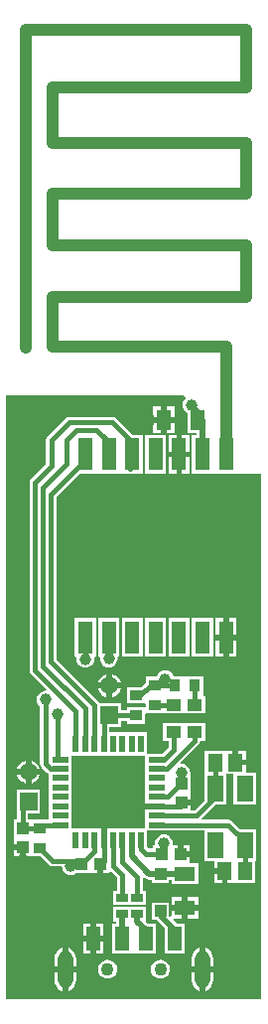
<source format=gtl>
G04 Layer_Physical_Order=1*
G04 Layer_Color=255*
%FSLAX43Y43*%
%MOMM*%
G71*
G01*
G75*
%ADD10R,1.300X2.800*%
%ADD11R,0.990X0.720*%
%ADD12R,1.000X1.000*%
%ADD13R,1.300X1.000*%
%ADD14R,1.000X0.900*%
%ADD15R,1.000X1.000*%
%ADD16R,1.300X1.500*%
%ADD17R,1.800X1.300*%
%ADD18R,1.300X1.800*%
%ADD19R,0.900X1.000*%
%ADD20R,1.473X0.508*%
%ADD21R,1.473X0.508*%
%ADD22R,0.508X1.473*%
%ADD23R,1.400X2.200*%
%ADD24R,1.200X2.000*%
%ADD25C,1.000*%
%ADD26C,0.400*%
%ADD27C,0.500*%
%ADD28C,1.500*%
%ADD29R,1.500X1.500*%
%ADD30O,1.300X3.200*%
%ADD31C,1.000*%
%ADD32C,1.100*%
G36*
X15250Y51600D02*
X15377Y51458D01*
X15365Y51335D01*
X15245Y51178D01*
X15169Y50996D01*
X15144Y50800D01*
X15169Y50604D01*
X15245Y50422D01*
X15365Y50265D01*
X15522Y50145D01*
X15550Y50133D01*
Y48400D01*
X16344D01*
Y48250D01*
X15954D01*
Y44950D01*
X16927D01*
Y44950D01*
X21881D01*
Y119D01*
X119D01*
Y51600D01*
X15250Y51600D01*
D02*
G37*
%LPC*%
G36*
X14454Y50704D02*
X13800D01*
Y49800D01*
X14454D01*
Y50704D01*
D02*
G37*
G36*
X13300D02*
X12646D01*
Y49800D01*
X13300D01*
Y50704D01*
D02*
G37*
G36*
X14454Y49300D02*
X13800D01*
Y48396D01*
X14454D01*
Y49300D01*
D02*
G37*
G36*
X13300D02*
X12646D01*
Y48396D01*
X13300D01*
Y49300D01*
D02*
G37*
G36*
X15758Y48254D02*
X15104D01*
Y46850D01*
X15758D01*
Y48254D01*
D02*
G37*
G36*
X14604D02*
X13950D01*
Y46850D01*
X14604D01*
Y48254D01*
D02*
G37*
G36*
X13754Y48250D02*
X11954D01*
Y44950D01*
X13754D01*
Y48250D01*
D02*
G37*
G36*
X15758Y46350D02*
X15104D01*
Y44946D01*
X15758D01*
Y46350D01*
D02*
G37*
G36*
X14604D02*
X13950D01*
Y44946D01*
X14604D01*
Y46350D01*
D02*
G37*
G36*
X9128Y49809D02*
X5479D01*
X5304Y49774D01*
X5155Y49674D01*
X3626Y48145D01*
X3526Y47996D01*
X3491Y47821D01*
Y45790D01*
X2226Y44524D01*
X2126Y44376D01*
X2091Y44200D01*
Y28200D01*
X2126Y28024D01*
X2226Y27876D01*
X3531Y26570D01*
X3493Y26493D01*
X3466Y26455D01*
X3279Y26431D01*
X3097Y26355D01*
X2940Y26235D01*
X2820Y26078D01*
X2744Y25896D01*
X2719Y25700D01*
X2744Y25504D01*
X2820Y25322D01*
X2940Y25165D01*
X2991Y25126D01*
Y20244D01*
X3026Y20068D01*
X3126Y19920D01*
X3556Y19489D01*
X3705Y19389D01*
X3734Y19384D01*
Y18496D01*
Y17709D01*
Y16896D01*
Y16109D01*
Y15471D01*
X3263D01*
X3155Y15450D01*
X2377D01*
X2250Y15450D01*
Y15450D01*
X2250D01*
Y15450D01*
X1959D01*
Y16000D01*
X3000D01*
Y18000D01*
X1000D01*
Y16000D01*
X1041D01*
Y15450D01*
X750D01*
Y13950D01*
X750D01*
X746Y13854D01*
X746D01*
Y13350D01*
X1500D01*
Y13100D01*
X1750D01*
Y12346D01*
X2254D01*
Y12350D01*
X3051D01*
X3776Y11626D01*
X3924Y11526D01*
X4100Y11491D01*
X4845D01*
X4869Y11304D01*
X4945Y11122D01*
X5065Y10965D01*
X5222Y10845D01*
X5404Y10769D01*
X5600Y10744D01*
X5796Y10769D01*
X5978Y10845D01*
X6050Y10900D01*
X7260D01*
X7385Y10896D01*
X7385Y10896D01*
Y10896D01*
X7889D01*
Y11650D01*
X8389D01*
Y10896D01*
X8893D01*
Y11028D01*
X9020Y11081D01*
X9541Y10560D01*
Y9390D01*
X9255D01*
Y8170D01*
X12045D01*
Y9390D01*
X11759D01*
Y10491D01*
X11886Y10543D01*
X11940Y10490D01*
X12105Y10379D01*
X12300Y10340D01*
X12500D01*
Y10100D01*
X14000D01*
Y10340D01*
X14200D01*
Y9950D01*
X16500D01*
Y11750D01*
X15812D01*
X15704Y11796D01*
Y12300D01*
X14950D01*
Y12550D01*
X14700D01*
Y13304D01*
X14384D01*
X14300Y13399D01*
X14306Y13450D01*
X14281Y13646D01*
X14205Y13828D01*
X14085Y13985D01*
X13928Y14105D01*
X13746Y14181D01*
X13550Y14206D01*
X13354Y14181D01*
X13172Y14105D01*
X13015Y13985D01*
X12895Y13828D01*
X12819Y13646D01*
X12794Y13450D01*
X12801Y13395D01*
X12717Y13300D01*
X12600D01*
Y13009D01*
X12240D01*
X12133Y13116D01*
Y14509D01*
X13937D01*
Y14554D01*
X17000D01*
Y11950D01*
X17846D01*
Y11300D01*
X18750D01*
Y11050D01*
X19000D01*
Y10046D01*
X19654D01*
Y10050D01*
X21350D01*
Y11950D01*
X21400D01*
Y14650D01*
X20049D01*
X19362Y15337D01*
X19213Y15436D01*
X19037Y15471D01*
X16837D01*
X16784Y15598D01*
X17936Y16750D01*
X18900D01*
Y19343D01*
X19500D01*
Y16750D01*
X21400D01*
Y19450D01*
X20558D01*
Y20097D01*
X19654D01*
Y20347D01*
X19404D01*
Y21351D01*
X18750D01*
Y21347D01*
X17054D01*
Y19450D01*
X17000D01*
Y17112D01*
X16147Y16259D01*
X15827D01*
Y16650D01*
X15073D01*
Y17150D01*
X15827D01*
Y17654D01*
X15827D01*
X15827Y17654D01*
X15823Y17779D01*
Y19250D01*
X15823D01*
X15797Y19377D01*
X15806Y19450D01*
X15781Y19646D01*
X15705Y19828D01*
X15585Y19985D01*
X15428Y20105D01*
X15246Y20181D01*
X15050Y20206D01*
X15019Y20202D01*
X14960Y20323D01*
X16524Y21887D01*
X16624Y22036D01*
X16656Y22200D01*
X17100D01*
Y23700D01*
X15427D01*
X15300Y23700D01*
Y23700D01*
X15300D01*
Y23700D01*
X13500D01*
Y22200D01*
X13941D01*
Y21640D01*
X13406Y21105D01*
X12133D01*
Y22908D01*
X8888D01*
Y23350D01*
X9900D01*
Y23891D01*
X10446D01*
Y23650D01*
X11946D01*
Y24445D01*
X12000Y24550D01*
X12073Y24550D01*
X13500D01*
Y24500D01*
X15173D01*
X15300Y24500D01*
Y24500D01*
X15300D01*
Y24500D01*
X17100D01*
Y26000D01*
X16900D01*
Y27700D01*
X14358D01*
X14305Y27828D01*
X14185Y27985D01*
X14028Y28105D01*
X13846Y28181D01*
X13650Y28206D01*
X13454Y28181D01*
X13272Y28105D01*
X13115Y27985D01*
X12995Y27828D01*
X12942Y27700D01*
X12050D01*
X12000Y27650D01*
Y27185D01*
X11565Y26750D01*
X10446D01*
Y25350D01*
X11946D01*
X12000Y25245D01*
Y25155D01*
X11946Y25050D01*
X11873Y25050D01*
X10446D01*
Y24809D01*
X9900D01*
Y25350D01*
X8072D01*
X8065Y25384D01*
X7966Y25533D01*
X4359Y29140D01*
Y42972D01*
X6337Y44950D01*
X10660D01*
X10704Y44941D01*
X10749Y44950D01*
X11754D01*
Y48250D01*
X10877D01*
X9453Y49674D01*
X9304Y49774D01*
X9128Y49809D01*
D02*
G37*
G36*
X19758Y32654D02*
X19104D01*
Y31250D01*
X19758D01*
Y32654D01*
D02*
G37*
G36*
X18604D02*
X17950D01*
Y31250D01*
X18604D01*
Y32654D01*
D02*
G37*
G36*
X17754Y32650D02*
X15954D01*
Y29350D01*
X17754D01*
Y32650D01*
D02*
G37*
G36*
X15754D02*
X13954D01*
Y29350D01*
X15754D01*
Y32650D01*
D02*
G37*
G36*
X13754D02*
X11954D01*
Y29350D01*
X13754D01*
Y32650D01*
D02*
G37*
G36*
X11754D02*
X9954D01*
Y29350D01*
X11754D01*
Y32650D01*
D02*
G37*
G36*
X19758Y30750D02*
X19104D01*
Y29346D01*
X19758D01*
Y30750D01*
D02*
G37*
G36*
X18604D02*
X17950D01*
Y29346D01*
X18604D01*
Y30750D01*
D02*
G37*
G36*
X9754Y32650D02*
X7954D01*
Y29350D01*
X8021D01*
X8105Y29255D01*
X8098Y29200D01*
X8123Y29004D01*
X8199Y28822D01*
X8319Y28665D01*
X8476Y28545D01*
X8658Y28469D01*
X8854Y28444D01*
X9050Y28469D01*
X9232Y28545D01*
X9389Y28665D01*
X9509Y28822D01*
X9585Y29004D01*
X9611Y29200D01*
X9603Y29255D01*
X9687Y29350D01*
X9754D01*
Y32650D01*
D02*
G37*
G36*
X7754D02*
X5954D01*
Y29350D01*
X5996D01*
X6107Y29223D01*
X6098Y29150D01*
X6123Y28954D01*
X6199Y28772D01*
X6319Y28615D01*
X6476Y28495D01*
X6658Y28419D01*
X6854Y28394D01*
X7050Y28419D01*
X7232Y28495D01*
X7389Y28615D01*
X7509Y28772D01*
X7585Y28954D01*
X7611Y29150D01*
X7601Y29223D01*
X7712Y29350D01*
X7754D01*
Y32650D01*
D02*
G37*
G36*
X9150Y27870D02*
Y27140D01*
X9880D01*
X9878Y27152D01*
X9777Y27396D01*
X9616Y27606D01*
X9406Y27767D01*
X9162Y27868D01*
X9150Y27870D01*
D02*
G37*
G36*
X8650D02*
X8638Y27868D01*
X8394Y27767D01*
X8184Y27606D01*
X8023Y27396D01*
X7922Y27152D01*
X7920Y27140D01*
X8650D01*
Y27870D01*
D02*
G37*
G36*
Y26640D02*
X7920D01*
X7922Y26628D01*
X8023Y26384D01*
X8184Y26174D01*
X8394Y26013D01*
X8638Y25912D01*
X8650Y25910D01*
Y26640D01*
D02*
G37*
G36*
X9880D02*
X9150D01*
Y25910D01*
X9162Y25912D01*
X9406Y26013D01*
X9616Y26174D01*
X9777Y26384D01*
X9878Y26628D01*
X9880Y26640D01*
D02*
G37*
G36*
X20558Y21351D02*
X19904D01*
Y20597D01*
X20558D01*
Y21351D01*
D02*
G37*
G36*
X2250Y20520D02*
Y19790D01*
X2980D01*
X2978Y19802D01*
X2877Y20046D01*
X2716Y20256D01*
X2506Y20417D01*
X2262Y20518D01*
X2250Y20520D01*
D02*
G37*
G36*
X1750D02*
X1738Y20518D01*
X1494Y20417D01*
X1284Y20256D01*
X1123Y20046D01*
X1022Y19802D01*
X1020Y19790D01*
X1750D01*
Y20520D01*
D02*
G37*
G36*
Y19290D02*
X1020D01*
X1022Y19278D01*
X1123Y19034D01*
X1284Y18824D01*
X1494Y18663D01*
X1738Y18562D01*
X1750Y18560D01*
Y19290D01*
D02*
G37*
G36*
X2980D02*
X2250D01*
Y18560D01*
X2262Y18562D01*
X2506Y18663D01*
X2716Y18824D01*
X2877Y19034D01*
X2978Y19278D01*
X2980Y19290D01*
D02*
G37*
G36*
X15704Y13304D02*
X15200D01*
Y12800D01*
X15704D01*
Y13304D01*
D02*
G37*
G36*
X1250Y12850D02*
X746D01*
Y12346D01*
X1250D01*
Y12850D01*
D02*
G37*
G36*
X18500Y10800D02*
X17846D01*
Y10046D01*
X18500D01*
Y10800D01*
D02*
G37*
G36*
X16504Y8854D02*
X15600D01*
Y8200D01*
X16504D01*
Y8854D01*
D02*
G37*
G36*
X15100D02*
X14196D01*
Y8200D01*
X15100D01*
Y8854D01*
D02*
G37*
G36*
X16504Y7700D02*
X15600D01*
Y7046D01*
X16504D01*
Y7700D01*
D02*
G37*
G36*
X8354Y6554D02*
X7750D01*
Y5550D01*
X8354D01*
Y6554D01*
D02*
G37*
G36*
X7250D02*
X6646D01*
Y5550D01*
X7250D01*
Y6554D01*
D02*
G37*
G36*
X14000Y8400D02*
X12500D01*
Y6900D01*
X12916D01*
X13650Y6166D01*
Y4050D01*
X15350D01*
Y6550D01*
X14708D01*
X14329Y6929D01*
X14377Y7046D01*
X15100D01*
Y7700D01*
X14196D01*
Y7252D01*
X14080Y7201D01*
X14000Y7266D01*
Y8400D01*
D02*
G37*
G36*
X12045Y8010D02*
X9255D01*
Y6790D01*
X9490D01*
Y6550D01*
X9150D01*
Y4050D01*
X12850D01*
Y6550D01*
X12221D01*
X12091Y6680D01*
X12045Y6790D01*
X12045D01*
X12045Y6790D01*
Y8010D01*
D02*
G37*
G36*
X8354Y5050D02*
X7750D01*
Y4046D01*
X8354D01*
Y5050D01*
D02*
G37*
G36*
X7250D02*
X6646D01*
Y4046D01*
X7250D01*
Y5050D01*
D02*
G37*
G36*
X5400Y4525D02*
Y2950D01*
X6062D01*
Y3650D01*
X6031Y3886D01*
X5940Y4106D01*
X5795Y4295D01*
X5606Y4440D01*
X5400Y4525D01*
D02*
G37*
G36*
X4900D02*
X4694Y4440D01*
X4505Y4295D01*
X4360Y4106D01*
X4269Y3886D01*
X4238Y3650D01*
Y2950D01*
X4900D01*
Y4525D01*
D02*
G37*
G36*
X17100D02*
Y2950D01*
X17762D01*
Y3650D01*
X17731Y3886D01*
X17640Y4106D01*
X17495Y4295D01*
X17306Y4440D01*
X17100Y4525D01*
D02*
G37*
G36*
X16600D02*
X16394Y4440D01*
X16205Y4295D01*
X16060Y4106D01*
X15969Y3886D01*
X15938Y3650D01*
Y2950D01*
X16600D01*
Y4525D01*
D02*
G37*
G36*
X13250Y3507D02*
X13041Y3479D01*
X12847Y3399D01*
X12679Y3271D01*
X12551Y3103D01*
X12471Y2909D01*
X12443Y2700D01*
X12471Y2491D01*
X12551Y2297D01*
X12679Y2129D01*
X12847Y2001D01*
X13041Y1921D01*
X13250Y1893D01*
X13459Y1921D01*
X13653Y2001D01*
X13821Y2129D01*
X13949Y2297D01*
X14029Y2491D01*
X14057Y2700D01*
X14029Y2909D01*
X13949Y3103D01*
X13821Y3271D01*
X13653Y3399D01*
X13459Y3479D01*
X13250Y3507D01*
D02*
G37*
G36*
X8750D02*
X8541Y3479D01*
X8347Y3399D01*
X8179Y3271D01*
X8051Y3103D01*
X7971Y2909D01*
X7943Y2700D01*
X7971Y2491D01*
X8051Y2297D01*
X8179Y2129D01*
X8347Y2001D01*
X8541Y1921D01*
X8750Y1893D01*
X8959Y1921D01*
X9153Y2001D01*
X9321Y2129D01*
X9449Y2297D01*
X9529Y2491D01*
X9557Y2700D01*
X9529Y2909D01*
X9449Y3103D01*
X9321Y3271D01*
X9153Y3399D01*
X8959Y3479D01*
X8750Y3507D01*
D02*
G37*
G36*
X17762Y2450D02*
X17100D01*
Y875D01*
X17306Y960D01*
X17495Y1105D01*
X17640Y1294D01*
X17731Y1514D01*
X17762Y1750D01*
Y2450D01*
D02*
G37*
G36*
X6062Y2450D02*
X5400D01*
Y875D01*
X5606Y960D01*
X5795Y1105D01*
X5940Y1294D01*
X6031Y1514D01*
X6062Y1750D01*
Y2450D01*
D02*
G37*
G36*
X4900D02*
X4238D01*
Y1750D01*
X4269Y1514D01*
X4360Y1294D01*
X4505Y1105D01*
X4694Y960D01*
X4900Y875D01*
Y2450D01*
D02*
G37*
G36*
X16600Y2450D02*
X15938D01*
Y1750D01*
X15969Y1514D01*
X16060Y1294D01*
X16205Y1105D01*
X16394Y960D01*
X16600Y875D01*
Y2450D01*
D02*
G37*
%LPD*%
G36*
X11964Y20317D02*
X11963D01*
Y19309D01*
Y18496D01*
Y17709D01*
Y17121D01*
X11959D01*
Y16863D01*
X12950D01*
Y16363D01*
X11959D01*
Y16105D01*
X11963D01*
Y15296D01*
Y14678D01*
X8937D01*
Y14682D01*
X8679D01*
Y13692D01*
X8179D01*
Y14682D01*
X7921D01*
Y14678D01*
X5707D01*
Y15296D01*
Y16109D01*
Y16896D01*
Y17709D01*
Y18496D01*
Y19309D01*
Y20097D01*
Y20935D01*
X11964D01*
Y20317D01*
D02*
G37*
D10*
X10854Y46600D02*
D03*
X12854D02*
D03*
X6854D02*
D03*
X8854D02*
D03*
X14854D02*
D03*
X18854D02*
D03*
X16854D02*
D03*
X16854Y31000D02*
D03*
X18854D02*
D03*
X14854D02*
D03*
X8854D02*
D03*
X6854D02*
D03*
X10854D02*
D03*
X12854D02*
D03*
D11*
X11300Y8780D02*
D03*
Y7400D02*
D03*
X10000Y8780D02*
D03*
Y7400D02*
D03*
D12*
X13250Y10850D02*
D03*
Y7650D02*
D03*
X1500Y14700D02*
D03*
Y13100D02*
D03*
X15073Y18500D02*
D03*
Y16900D02*
D03*
D13*
X16200Y25250D02*
D03*
Y22950D02*
D03*
X14400Y25250D02*
D03*
Y22950D02*
D03*
D14*
X11196Y24350D02*
D03*
Y26050D02*
D03*
X12750Y25250D02*
D03*
Y26950D02*
D03*
X3000Y14750D02*
D03*
Y13050D02*
D03*
D15*
X6539Y11650D02*
D03*
X8139D02*
D03*
X13350Y12550D02*
D03*
X14950D02*
D03*
D16*
X20450Y11050D02*
D03*
X18750D02*
D03*
X17954Y20347D02*
D03*
X19654D02*
D03*
D17*
X15350Y7950D02*
D03*
X15350Y10850D02*
D03*
D18*
X13550Y49550D02*
D03*
X16450D02*
D03*
D19*
X16200Y26950D02*
D03*
X14500D02*
D03*
D20*
X12950Y15013D02*
D03*
Y15800D02*
D03*
Y16613D02*
D03*
Y17400D02*
D03*
Y18213D02*
D03*
Y19000D02*
D03*
Y19813D02*
D03*
X4720Y20601D02*
D03*
Y19813D02*
D03*
Y19000D02*
D03*
Y18213D02*
D03*
Y17400D02*
D03*
Y16613D02*
D03*
Y15800D02*
D03*
Y15013D02*
D03*
D21*
X12950Y20601D02*
D03*
D22*
X11629Y21921D02*
D03*
X10842D02*
D03*
X10029D02*
D03*
X9242D02*
D03*
X8429D02*
D03*
X7641D02*
D03*
X6829D02*
D03*
X6041D02*
D03*
Y13692D02*
D03*
X6829D02*
D03*
X7641D02*
D03*
X8429D02*
D03*
X9242D02*
D03*
X10029D02*
D03*
X10842D02*
D03*
X11629D02*
D03*
D23*
X17950Y13300D02*
D03*
Y18100D02*
D03*
X20450D02*
D03*
Y13300D02*
D03*
D24*
X14500Y5300D02*
D03*
X12000D02*
D03*
X7500D02*
D03*
X10000D02*
D03*
D25*
X20600Y77900D02*
Y82750D01*
X4050Y77900D02*
X20600D01*
X4050Y73100D02*
Y77900D01*
X20600Y60050D02*
Y64450D01*
X4050D02*
X20600D01*
X4050D02*
Y68800D01*
X20600D02*
Y73100D01*
X4050Y68800D02*
X20600D01*
X4050Y73100D02*
X20600D01*
X1800Y82750D02*
X20600D01*
X1800Y55700D02*
Y82750D01*
X4050Y60050D02*
X20600D01*
X4050Y55800D02*
Y60050D01*
X18854Y46600D02*
Y55800D01*
X4050D02*
X18854D01*
D26*
X3450Y20244D02*
Y25700D01*
X3881Y19813D02*
X4720D01*
X3450Y20244D02*
X3881Y19813D01*
X12750Y26950D02*
X14500D01*
X4100Y11950D02*
X6787D01*
X16450Y49550D02*
Y50250D01*
X15900Y50800D02*
X16450Y50250D01*
X10704Y45400D02*
Y46750D01*
X9128Y49350D02*
X10854Y47624D01*
X5479Y49350D02*
X9128D01*
X3950Y47821D02*
X5479Y49350D01*
X7779Y48700D02*
X8854Y47625D01*
X6104Y48700D02*
X7779D01*
X5254Y47850D02*
X6104Y48700D01*
X8854Y46600D02*
Y47625D01*
X10854Y46600D02*
Y47624D01*
X3950Y45600D02*
Y47821D01*
X2550Y44200D02*
X3950Y45600D01*
X2550Y28200D02*
Y44200D01*
X6704Y46116D02*
Y47050D01*
X3250Y43796D02*
X5254Y45800D01*
X3250Y28550D02*
X6829Y24971D01*
X3250Y28550D02*
Y43796D01*
X3900Y43162D02*
X6854Y46116D01*
X3900Y28950D02*
Y43162D01*
Y28950D02*
X7641Y25209D01*
X2550Y28200D02*
X6041Y24709D01*
X7641Y21921D02*
Y25209D01*
X6829Y21921D02*
Y24971D01*
X6041Y21921D02*
Y24709D01*
X4500Y20660D02*
Y24450D01*
X4491Y20651D02*
X4500Y20660D01*
X4238Y20601D02*
X4491Y20651D01*
X16200Y22212D02*
Y22950D01*
X13801Y19813D02*
X16200Y22212D01*
X12950Y19813D02*
X13801D01*
X14400Y21450D02*
Y22950D01*
X13551Y20601D02*
X14400Y21450D01*
X12950Y20601D02*
X13551D01*
X13850Y17400D02*
X14950Y18500D01*
X12950Y17400D02*
X13850D01*
X8429Y11904D02*
Y13692D01*
X8175Y11650D02*
X8429Y11904D01*
X12413Y26950D02*
X12750D01*
X11513Y26050D02*
X12413Y26950D01*
X11196Y26050D02*
X11513D01*
X16200Y25250D02*
X16200Y25250D01*
X16200Y25250D02*
Y26950D01*
X12750Y25250D02*
X14400D01*
X3000Y14750D02*
X3263Y15013D01*
X2950Y14700D02*
X3000Y14750D01*
X3263Y15013D02*
X4720D01*
X1500Y14700D02*
X2950D01*
X3000Y13050D02*
X4100Y11950D01*
X10000Y8780D02*
Y10750D01*
X9242Y11508D02*
X10000Y10750D01*
X9242Y11508D02*
Y13692D01*
X10029Y11836D02*
X11300Y10565D01*
X10029Y11836D02*
Y13692D01*
X11300Y8800D02*
Y10565D01*
X17950Y18100D02*
X17954Y18104D01*
Y20347D01*
X12050Y12550D02*
X13350D01*
X11629Y12971D02*
X12050Y12550D01*
X11629Y12971D02*
Y13692D01*
X17950Y17413D02*
Y18100D01*
X16337Y15800D02*
X17950Y17413D01*
X12950Y15800D02*
X16337D01*
X20450Y11050D02*
Y13300D01*
X19037Y15013D02*
X20450Y13600D01*
X12950Y15013D02*
X19037D01*
X20450Y13300D02*
Y13600D01*
X6854Y29150D02*
Y31000D01*
X8854Y46200D02*
Y46600D01*
X5254Y45800D02*
Y47850D01*
X8429Y21921D02*
Y23879D01*
X8900Y24350D01*
X11196D01*
X7641Y12804D02*
Y13692D01*
X12800Y16613D02*
X12950D01*
X14987D01*
X6787Y11950D02*
X7641Y12804D01*
X1500Y14700D02*
Y16500D01*
X2000Y17000D01*
D27*
X16854Y46600D02*
Y49550D01*
X12300Y10850D02*
X15350D01*
X10842Y12308D02*
X12300Y10850D01*
X14500Y5300D02*
Y6037D01*
X13250Y7287D02*
X14500Y6037D01*
X13250Y7287D02*
Y7650D01*
X15350Y10850D02*
X15700D01*
X10842Y12308D02*
Y13692D01*
X15700Y10850D02*
X15700Y10850D01*
X8854Y31000D02*
X8854Y31000D01*
X8854Y29200D02*
Y31000D01*
X12000Y5300D02*
Y6050D01*
X11300Y6750D02*
X12000Y6050D01*
X11300Y6750D02*
Y7400D01*
X10000Y5300D02*
Y7400D01*
D28*
X2000Y19540D02*
D03*
X8900Y26890D02*
D03*
D29*
X2000Y17000D02*
D03*
X8900Y24350D02*
D03*
D30*
X16850Y2700D02*
D03*
X5150D02*
D03*
D31*
X21150Y44200D02*
D03*
X15900Y50800D02*
D03*
X4500Y24450D02*
D03*
X3475Y25700D02*
D03*
X1550Y12000D02*
D03*
X2700Y2750D02*
D03*
X15050Y19450D02*
D03*
X16394Y17654D02*
D03*
X8150Y10500D02*
D03*
X13650Y27450D02*
D03*
X13550Y13450D02*
D03*
X6854Y29150D02*
D03*
X1200Y36300D02*
D03*
X20904Y28150D02*
D03*
X19654Y21800D02*
D03*
X1200Y49400D02*
D03*
X18750Y9450D02*
D03*
X16205Y13828D02*
D03*
X19250Y2700D02*
D03*
X12350Y49550D02*
D03*
X8854Y29200D02*
D03*
X5600Y11500D02*
D03*
X7500Y7150D02*
D03*
X1200Y23650D02*
D03*
X17039Y7950D02*
D03*
D32*
X13250Y2700D02*
D03*
X8750D02*
D03*
M02*

</source>
